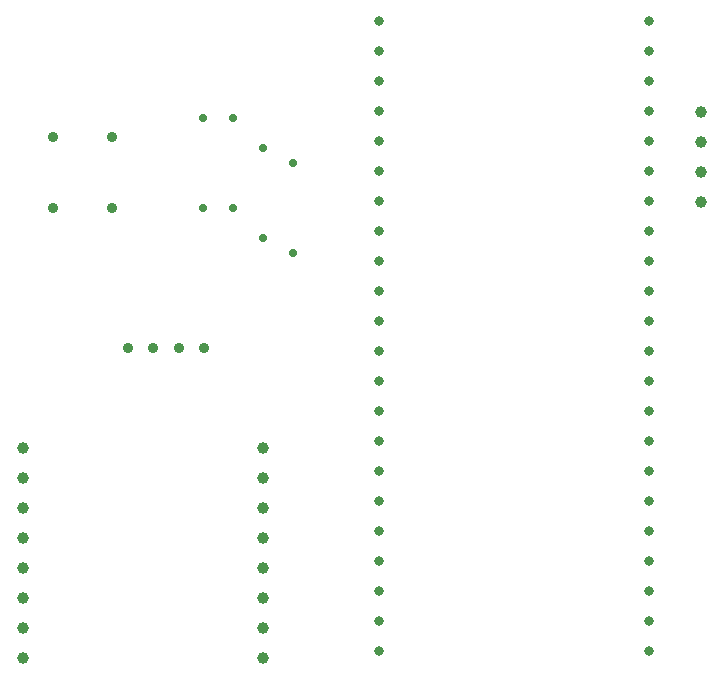
<source format=gbr>
%TF.GenerationSoftware,KiCad,Pcbnew,7.0.10*%
%TF.CreationDate,2024-03-31T17:01:38-07:00*%
%TF.ProjectId,Esp32,45737033-322e-46b6-9963-61645f706362,rev?*%
%TF.SameCoordinates,Original*%
%TF.FileFunction,Plated,1,2,PTH,Drill*%
%TF.FilePolarity,Positive*%
%FSLAX46Y46*%
G04 Gerber Fmt 4.6, Leading zero omitted, Abs format (unit mm)*
G04 Created by KiCad (PCBNEW 7.0.10) date 2024-03-31 17:01:38*
%MOMM*%
%LPD*%
G01*
G04 APERTURE LIST*
%TA.AperFunction,ComponentDrill*%
%ADD10C,0.700000*%
%TD*%
%TA.AperFunction,ComponentDrill*%
%ADD11C,0.800000*%
%TD*%
%TA.AperFunction,ComponentDrill*%
%ADD12C,0.900000*%
%TD*%
%TA.AperFunction,ComponentDrill*%
%ADD13C,1.000000*%
%TD*%
G04 APERTURE END LIST*
D10*
%TO.C,R4*%
X116840000Y-66040000D03*
X116840000Y-73660000D03*
%TO.C,R1*%
X119380000Y-66040000D03*
X119380000Y-73660000D03*
%TO.C,R2*%
X121920000Y-68580000D03*
X121920000Y-76200000D03*
%TO.C,R3*%
X124460000Y-69850000D03*
X124460000Y-77470000D03*
D11*
%TO.C,U1*%
X131713320Y-106105400D03*
X131713320Y-108645400D03*
X131713320Y-111185400D03*
X131717000Y-57848120D03*
X131717000Y-60388120D03*
X131717000Y-62928120D03*
X131717000Y-65468120D03*
X131717000Y-68008120D03*
X131717000Y-70548120D03*
X131717000Y-73088120D03*
X131717000Y-75628120D03*
X131717000Y-78168120D03*
X131717000Y-80708120D03*
X131717000Y-83248120D03*
X131717000Y-85788120D03*
X131717000Y-88328120D03*
X131717000Y-90868120D03*
X131717000Y-93408120D03*
X131717000Y-95948120D03*
X131717000Y-98488120D03*
X131717000Y-101028120D03*
X131717000Y-103568120D03*
X154577000Y-57848120D03*
X154577000Y-60388120D03*
X154577000Y-62928120D03*
X154577000Y-65468120D03*
X154577000Y-68008120D03*
X154577000Y-70548120D03*
X154577000Y-73088120D03*
X154577000Y-75628120D03*
X154577000Y-78168120D03*
X154577000Y-80708120D03*
X154577000Y-83248120D03*
X154577000Y-85788120D03*
X154577000Y-88328120D03*
X154577000Y-90868120D03*
X154577000Y-93408120D03*
X154577000Y-95948120D03*
X154577000Y-98488120D03*
X154577000Y-101028120D03*
X154577000Y-103568120D03*
X154577000Y-106108120D03*
X154577000Y-108648120D03*
X154577000Y-111188120D03*
D12*
%TO.C,SW1*%
X104140000Y-67660000D03*
X104140000Y-73660000D03*
X109140000Y-67660000D03*
X109140000Y-73660000D03*
%TO.C,D1*%
X110439200Y-85547200D03*
X112598200Y-85547200D03*
X114757200Y-85547200D03*
X116916200Y-85547200D03*
D13*
%TO.C,CON2*%
X101600000Y-93980000D03*
X101600000Y-96520000D03*
X101600000Y-99060000D03*
X101600000Y-101600000D03*
X101600000Y-104140000D03*
X101600000Y-106680000D03*
X101600000Y-109220000D03*
X101600000Y-111760000D03*
%TO.C,CON1*%
X121920000Y-93980000D03*
X121920000Y-96520000D03*
X121920000Y-99060000D03*
X121920000Y-101600000D03*
X121920000Y-104140000D03*
X121920000Y-106680000D03*
X121920000Y-109220000D03*
X121920000Y-111760000D03*
%TO.C,J1*%
X159004000Y-65532000D03*
X159004000Y-68072000D03*
X159004000Y-70612000D03*
X159004000Y-73152000D03*
M02*

</source>
